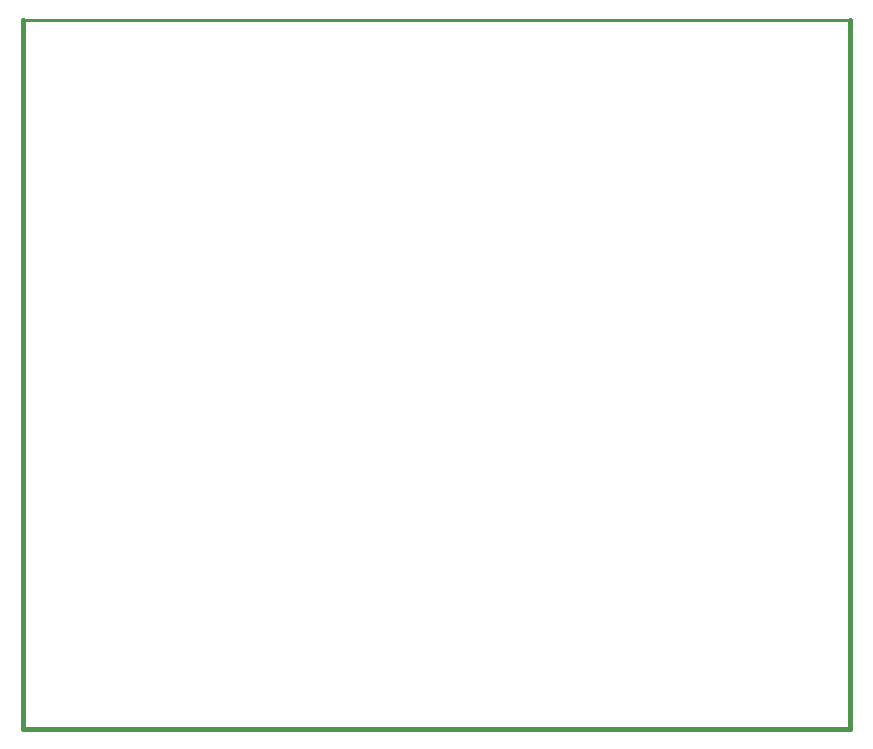
<source format=gko>
G04 Layer: BoardOutlineLayer*
G04 EasyEDA v6.5.50, 2025-08-07 17:35:19*
G04 907c9f2fc05643d1a7414bf7d8136ec9,1ea6220676e248c9a5f209c00a71ac29,10*
G04 Gerber Generator version 0.2*
G04 Scale: 100 percent, Rotated: No, Reflected: No *
G04 Dimensions in millimeters *
G04 leading zeros omitted , absolute positions ,4 integer and 5 decimal *
%FSLAX45Y45*%
%MOMM*%

%ADD10C,0.4000*%
%ADD11C,0.2540*%
%ADD12C,0.0183*%
D10*
X-500001Y2999996D02*
G01*
X6499981Y2999996D01*
X6499981Y8999984D01*
X-500001Y8999984D02*
G01*
X-500001Y2999996D01*
D11*
X-500001Y8999984D02*
G01*
X700026Y8999984D01*
X700026Y8999984D02*
G01*
X6502400Y8999984D01*

%LPD*%
M02*

</source>
